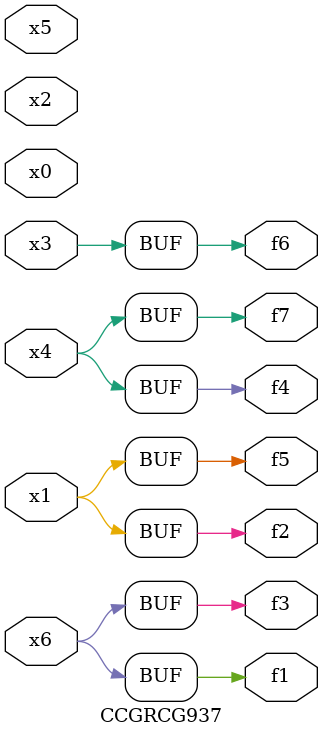
<source format=v>
module CCGRCG937(
	input x0, x1, x2, x3, x4, x5, x6,
	output f1, f2, f3, f4, f5, f6, f7
);
	assign f1 = x6;
	assign f2 = x1;
	assign f3 = x6;
	assign f4 = x4;
	assign f5 = x1;
	assign f6 = x3;
	assign f7 = x4;
endmodule

</source>
